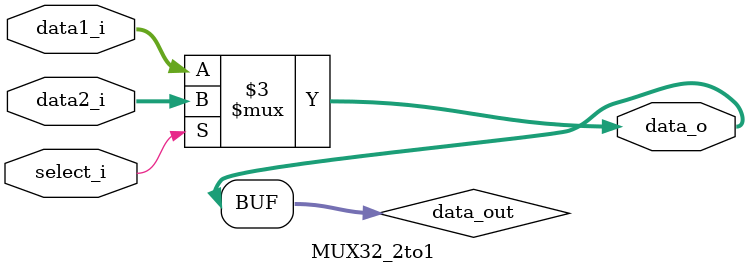
<source format=v>
module MUX32_2to1
(
	data1_i,
    data2_i,
    select_i,
    data_o
);

input	[31:0]	data1_i,data2_i;
input			select_i;
output	[31:0]	data_o;

reg		[31:0] 	data_out;

always@(*)
begin
  if(select_i)
    data_out = data2_i;
  else
    data_out = data1_i;
end

assign data_o = data_out;

endmodule
</source>
